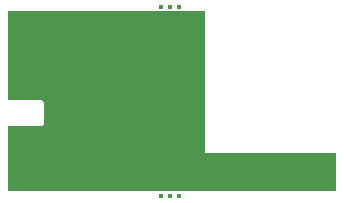
<source format=gtl>
G04*
G04 #@! TF.GenerationSoftware,Altium Limited,Altium Designer,19.1.5 (86)*
G04*
G04 Layer_Physical_Order=1*
G04 Layer_Color=255*
%FSAX25Y25*%
%MOIN*%
G70*
G01*
G75*
%ADD12C,0.01575*%
%ADD13C,0.01968*%
G36*
X0446516Y0338006D02*
X0446575Y0337995D01*
X0446633Y0338006D01*
X0449469D01*
X0449528Y0337995D01*
X0449586Y0338006D01*
X0452422D01*
X0452480Y0337995D01*
X0452539Y0338006D01*
X0461142D01*
Y0290689D01*
X0504719D01*
X0504719Y0278017D01*
X0452539Y0278017D01*
X0452480Y0278029D01*
X0452422Y0278017D01*
X0449586D01*
X0449528Y0278029D01*
X0449469Y0278017D01*
X0446634D01*
X0446575Y0278029D01*
X0446516Y0278017D01*
X0395517Y0278017D01*
X0395517Y0292756D01*
Y0299620D01*
X0406417D01*
X0406766Y0299690D01*
X0407062Y0299887D01*
X0407259Y0300183D01*
X0407329Y0300532D01*
Y0307618D01*
X0407259Y0307967D01*
X0407062Y0308262D01*
X0406766Y0308460D01*
X0406417Y0308529D01*
X0395517D01*
Y0323268D01*
X0395517Y0323268D01*
X0395517Y0338006D01*
X0446516Y0338006D01*
D02*
G37*
D12*
X0446575Y0339508D02*
D03*
X0449528D02*
D03*
X0452480D02*
D03*
X0452480Y0276516D02*
D03*
X0449528D02*
D03*
X0446575D02*
D03*
D13*
X0499016Y0289370D02*
D03*
X0496063Y0283465D02*
D03*
X0493110Y0289370D02*
D03*
X0490157Y0283465D02*
D03*
X0487205Y0289370D02*
D03*
X0484252Y0283465D02*
D03*
X0481299Y0289370D02*
D03*
X0478346Y0283465D02*
D03*
X0475393Y0289370D02*
D03*
X0472441Y0283465D02*
D03*
X0469488Y0289370D02*
D03*
X0466535Y0283465D02*
D03*
X0463583Y0289370D02*
D03*
X0460630Y0283465D02*
D03*
X0454724Y0330709D02*
D03*
X0457677Y0324803D02*
D03*
X0454724Y0318898D02*
D03*
X0457677Y0312992D02*
D03*
Y0289370D02*
D03*
X0454724Y0283465D02*
D03*
X0448819Y0330709D02*
D03*
X0451771Y0324803D02*
D03*
X0448819Y0318898D02*
D03*
X0451771Y0312992D02*
D03*
X0448819Y0295275D02*
D03*
X0451771Y0289370D02*
D03*
X0448819Y0283465D02*
D03*
X0442913Y0330709D02*
D03*
X0445866Y0324803D02*
D03*
X0442913Y0318898D02*
D03*
X0445866Y0312992D02*
D03*
X0442913Y0295275D02*
D03*
X0437008Y0330709D02*
D03*
X0439960Y0324803D02*
D03*
X0437008Y0318898D02*
D03*
X0439960Y0312992D02*
D03*
X0437008Y0295275D02*
D03*
Y0283465D02*
D03*
X0431102Y0330709D02*
D03*
X0434055Y0324803D02*
D03*
X0431102Y0318898D02*
D03*
X0434055Y0312992D02*
D03*
X0431102Y0295275D02*
D03*
X0434055Y0289370D02*
D03*
X0431102Y0283465D02*
D03*
X0425197Y0330709D02*
D03*
X0428150Y0324803D02*
D03*
X0425197Y0318898D02*
D03*
X0428150Y0312992D02*
D03*
X0425197Y0307086D02*
D03*
Y0295275D02*
D03*
X0428150Y0289370D02*
D03*
X0425197Y0283465D02*
D03*
X0419291Y0330709D02*
D03*
X0422244Y0324803D02*
D03*
X0419291Y0318898D02*
D03*
X0422244Y0312992D02*
D03*
X0419291Y0307086D02*
D03*
X0422244Y0301181D02*
D03*
X0419291Y0295275D02*
D03*
X0422244Y0289370D02*
D03*
X0419291Y0283465D02*
D03*
X0413386Y0330709D02*
D03*
X0416338Y0324803D02*
D03*
X0413386Y0318898D02*
D03*
X0416338Y0312992D02*
D03*
X0413386Y0307086D02*
D03*
X0416338Y0301181D02*
D03*
X0413386Y0295275D02*
D03*
X0416338Y0289370D02*
D03*
X0413386Y0283465D02*
D03*
X0407480Y0330709D02*
D03*
X0410433Y0324803D02*
D03*
X0407480Y0318898D02*
D03*
X0410433Y0312992D02*
D03*
Y0301181D02*
D03*
X0407480Y0295275D02*
D03*
X0410433Y0289370D02*
D03*
X0407480Y0283465D02*
D03*
X0401575Y0330709D02*
D03*
X0404527Y0324803D02*
D03*
X0401575Y0318898D02*
D03*
X0404527Y0312992D02*
D03*
X0401575Y0295275D02*
D03*
X0404527Y0289370D02*
D03*
X0401575Y0283465D02*
D03*
X0439291Y0307224D02*
D03*
X0436535D02*
D03*
X0433779D02*
D03*
X0430827Y0307028D02*
D03*
X0428268Y0305847D02*
D03*
X0428071Y0303091D02*
D03*
X0429646Y0300925D02*
D03*
X0432598Y0300728D02*
D03*
X0435354D02*
D03*
X0437913D02*
D03*
X0440669D02*
D03*
X0443425D02*
D03*
X0446181D02*
D03*
X0448740D02*
D03*
X0447756Y0307028D02*
D03*
X0453050Y0306993D02*
D03*
X0450512Y0306831D02*
D03*
X0451347Y0300818D02*
D03*
X0453815Y0300763D02*
D03*
X0456284D02*
D03*
X0458752D02*
D03*
M02*

</source>
